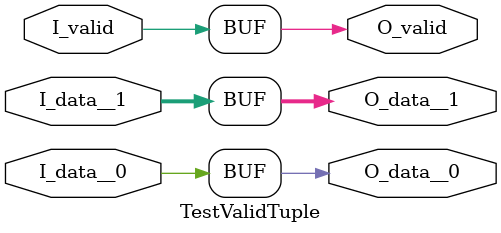
<source format=v>
module TestValidTuple (
    input I_data__0,
    input [4:0] I_data__1,
    input I_valid,
    output O_data__0,
    output [4:0] O_data__1,
    output O_valid
);
assign O_data__0 = I_data__0;
assign O_data__1 = I_data__1;
assign O_valid = I_valid;
endmodule


</source>
